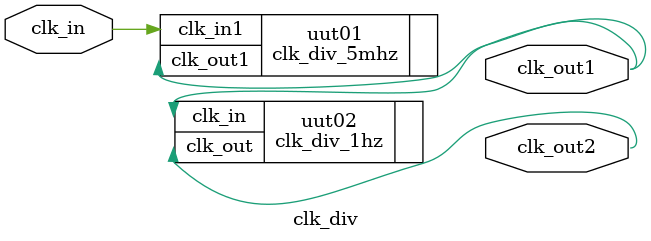
<source format=v>
`timescale 1ns / 1ps


module clk_div(
    input clk_in, //125,000,000 Hz
	output wire clk_out1, //5,000,000 Hz
    output wire clk_out2 //1Hz
    );
    clk_div_5mhz uut01  //jb1
    (
      // Clock out ports
      .clk_out1(clk_out1),     // output clk_out1
      // Clock in ports
      .clk_in1(clk_in)      // input clk_in1
    );

    clk_div_1hz uut02 //jb2
    (
      .clk_in(clk_out1),
      .clk_out(clk_out2)
    );
    
endmodule

</source>
